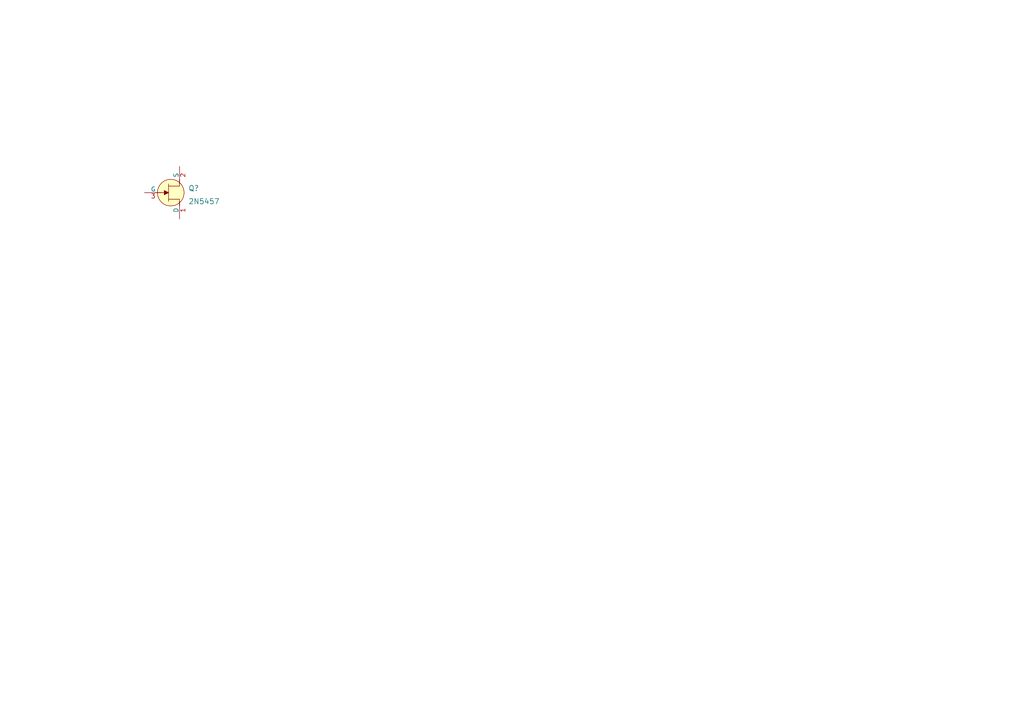
<source format=kicad_sch>
(kicad_sch (version 20211123) (generator eeschema)
  (paper "A4")
  (lib_symbols
    (symbol "elektrophon:2N5457" (pin_names (offset 0))
      (property "Reference" "Q" (at -2.6924 3.6322 0))
      (property "Value" "2N5457" (at -6.4008 -6.1976 0))
      (symbol "2N5457_0_1"
        (polyline (pts (xy -0.635 -2.54) (xy -0.635 2.54)))
        (polyline (pts (xy -0.635 0) (xy -4.445 0)))
        (polyline (pts (xy -0.635 -1.905) (xy 2.54 -1.905) (xy 2.54 -3.81)))
        (polyline (pts (xy -0.635 1.905) (xy 2.54 1.905) (xy 2.54 3.81)))
      )
      (symbol "2N5457_1_1"
        (polyline (pts (xy -1.905 0.635) (xy -1.905 -0.635) (xy -0.635 0) (xy -1.905 0.635)) (fill (type outline)))
        (circle (center 0 0) (radius 3.8608) (fill (type background)))
        (pin passive line (at 2.54 -7.62 90) (length 5.08) (name "D") (number "1"))
        (pin passive line (at 2.54 7.62 270) (length 5.08) (name "S") (number "2"))
        (pin input line (at -7.62 0 0) (length 5.08) (name "G") (number "3"))
      )
    )
  )
  (symbol (lib_id "elektrophon:2N5457") (at 49.53 55.88 0) (unit 1)
    (property "Reference" "Q?" (at 54.61 54.61 0) (effects (font (size 1.524 1.524)) (justify left)))
    (property "Value" "2N5457" (at 54.61 58.42 0) (effects (font (size 1.524 1.524)) (justify left)))
    (property "Footprint" "digikey-footprints:TO-92-3" (effects hide))
    (property "Datasheet" "https://my.centralsemi.com/get_document.php?cmp=1&mergetype=pd&mergepath=pd&pdf_id=2N5457-5459.PDF" (effects hide))
    (property "Digi-Key_PN" "2N5457-ND" (effects hide))
    (property "MPN" "2N5457" (effects hide))
    (property "Category" "Discrete Semiconductor Products" (effects hide))
    (property "Family" "Transistors - JFETs" (effects hide))
    (property "DK_Datasheet_Link" "https://my.centralsemi.com/get_document.php?cmp=1&mergetype=pd&mergepath=pd&pdf_id=2N5457-5459.PDF" (effects hide))
    (property "DK_Detail_Page" "/product-detail/en/central-semiconductor-corp/2N5457/2N5457-ND/4806918" (effects hide))
    (property "Description" "JFET N-CH 25V 0.31W TO-92" (effects hide))
    (property "Manufacturer" "Central Semiconductor Corp" (effects hide))
    (property "Status" "Active NonStock" (effects hide))
  )
)
</source>
